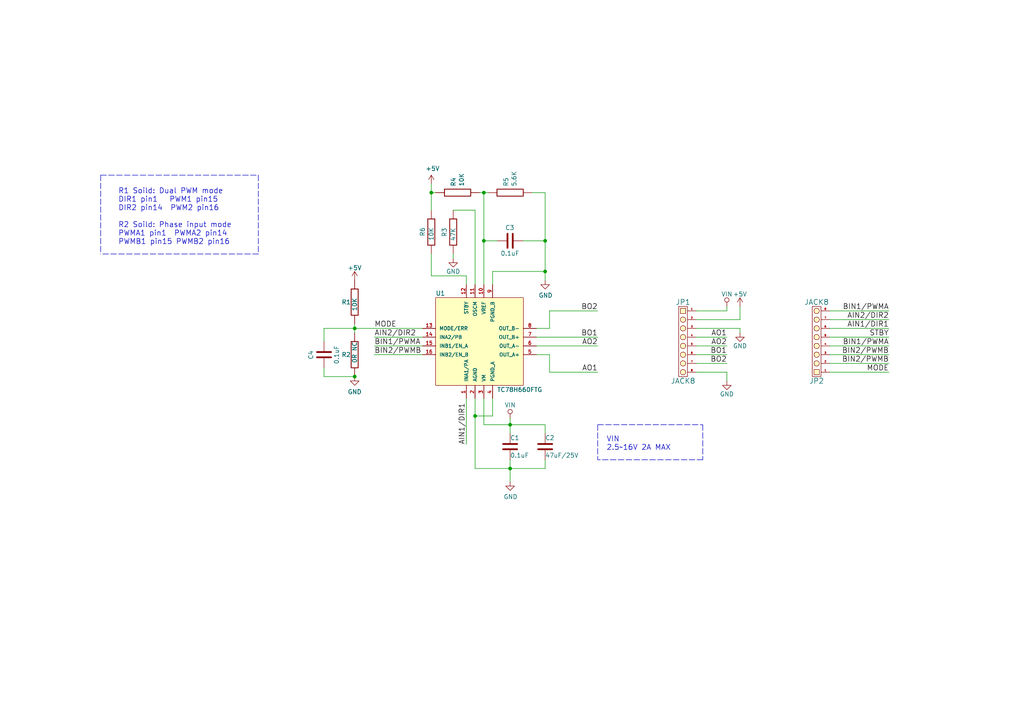
<source format=kicad_sch>
(kicad_sch (version 20211123) (generator eeschema)
  (paper "A4")
  (title_block (title "TV78H660FTG Motor Module") (date "2022-09-23") (rev "V1.0") (company "Nulllab") (comment 1 "https://github.com/nulllaborg/TC78H660FTG") (comment 2 "Author:nulljun@null-lab.com"))
  (lib_symbols
    (symbol "Basic:Cap_Chip" (pin_numbers hide) (pin_names (offset 0.254))
      (property "Reference" "C" (at 0.635 2.54 0))
      (property "Value" "Cap_Chip" (at 0.635 -2.54 0))
      (symbol "Cap_Chip_0_1"
        (polyline (pts (xy -2.032 -0.762) (xy 2.032 -0.762)) (stroke (width 0.508)))
        (polyline (pts (xy -2.032 0.762) (xy 2.032 0.762)) (stroke (width 0.508)))
      )
      (symbol "Cap_Chip_1_1"
        (pin passive line (at 0 3.81 270) (length 2.794) (name "~") (number "1"))
        (pin passive line (at 0 -3.81 90) (length 2.794) (name "~") (number "2"))
      )
    )
    (symbol "Basic:R" (pin_numbers hide) (pin_names (offset 0))
      (property "Reference" "R" (at 0 2.032 0))
      (property "Value" "R" (at 0 0 0))
      (symbol "R_0_1"
        (rectangle (start -3.81 -1.016) (end 3.81 1.016) (stroke (width 0.254)))
      )
      (symbol "R_1_1"
        (pin passive line (at -6.35 0 0) (length 2.54) (name "~") (number "1"))
        (pin passive line (at 6.35 0 180) (length 2.54) (name "~") (number "2"))
      )
    )
    (symbol "Connector:JACK8" (pin_names (offset 1.016))
      (property "Reference" "JP" (at 0 11.43 0))
      (property "Value" "JACK8" (at 0 -11.43 0))
      (symbol "JACK8_0_0"
        (circle (center 0 -8.89) (radius 0.762) (fill (type background)))
        (circle (center 0 -6.35) (radius 0.762) (fill (type background)))
        (circle (center 0 -3.81) (radius 0.762) (fill (type background)))
        (circle (center 0 -1.27) (radius 0.762) (fill (type background)))
        (polyline (pts (xy 0.762 9.652) (xy 0.762 8.128) (xy -0.762 8.128) (xy -0.762 9.652) (xy 0.762 9.652)) (fill (type background)))
        (circle (center 0 1.27) (radius 0.762) (fill (type background)))
        (circle (center 0 3.81) (radius 0.762) (fill (type background)))
        (circle (center 0 6.35) (radius 0.762) (fill (type background)))
        (rectangle (start 1.27 10.16) (end -1.27 -10.16))
      )
      (symbol "JACK8_1_1"
        (pin passive line (at 3.81 8.89 180) (length 2.54) (name "~") (number "1"))
        (pin passive line (at 3.81 6.35 180) (length 2.54) (name "~") (number "2"))
        (pin passive line (at 3.81 3.81 180) (length 2.54) (name "~") (number "3"))
        (pin passive line (at 3.81 1.27 180) (length 2.54) (name "~") (number "4"))
        (pin passive line (at 3.81 -1.27 180) (length 2.54) (name "~") (number "5"))
        (pin passive line (at 3.81 -3.81 180) (length 2.54) (name "~") (number "6"))
        (pin passive line (at 3.81 -6.35 180) (length 2.54) (name "~") (number "7"))
        (pin passive line (at 3.81 -8.89 180) (length 2.54) (name "~") (number "8"))
      )
    )
    (symbol "ESP32_Expansion_board-rescue:TC78H660FTG-AnalogDevice-Make-Uno-rescue" (pin_names (offset 1.016))
      (property "Reference" "U" (at -8.89 15.24 0))
      (property "Value" "TC78H660FTG-AnalogDevice-Make-Uno-rescue" (at 12.7 -15.24 0))
      (symbol "TC78H660FTG-AnalogDevice-Make-Uno-rescue_0_1"
        (rectangle (start -12.7 12.7) (end 12.7 -12.7) (fill (type background)))
      )
      (symbol "TC78H660FTG-AnalogDevice-Make-Uno-rescue_1_1"
        (pin input line (at -3.81 -16.51 90) (length 3.81) (name "INA1/PA") (number "1"))
        (pin input line (at 1.27 16.51 270) (length 3.81) (name "VREF") (number "10"))
        (pin input line (at -1.27 16.51 270) (length 3.81) (name "OSCM") (number "11"))
        (pin input line (at -3.81 16.51 270) (length 3.81) (name "STBY") (number "12"))
        (pin input line (at -16.51 3.81 0) (length 3.81) (name "MODE/ERR") (number "13"))
        (pin input line (at -16.51 1.27 0) (length 3.81) (name "INA2/PB") (number "14"))
        (pin input line (at -16.51 -1.27 0) (length 3.81) (name "INB1/EN_A") (number "15"))
        (pin input line (at -16.51 -3.81 0) (length 3.81) (name "INB2/EN_B") (number "16"))
        (pin input line (at -1.27 -16.51 90) (length 3.81) (name "AGND") (number "2"))
        (pin input line (at 1.27 -16.51 90) (length 3.81) (name "VM") (number "3"))
        (pin input line (at 3.81 -16.51 90) (length 3.81) (name "PGND_A") (number "4"))
        (pin input line (at 16.51 -3.81 180) (length 3.81) (name "OUT_A+") (number "5"))
        (pin input line (at 16.51 -1.27 180) (length 3.81) (name "OUT_A-") (number "6"))
        (pin input line (at 16.51 1.27 180) (length 3.81) (name "OUT_B+") (number "7"))
        (pin input line (at 16.51 3.81 180) (length 3.81) (name "OUT_B-") (number "8"))
        (pin input line (at 3.81 16.51 270) (length 3.81) (name "PGND_B") (number "9"))
      )
    )
    (symbol "power:+5V" (power) (pin_names (offset 0))
      (property "Value" "+5V" (at 0 3.556 0))
      (symbol "+5V_0_1"
        (polyline (pts (xy -0.762 1.27) (xy 0 2.54)))
        (polyline (pts (xy 0 0) (xy 0 2.54)))
        (polyline (pts (xy 0 2.54) (xy 0.762 1.27)))
      )
      (symbol "+5V_1_1"
        (pin power_in line (at 0 0 90) (length 0) hide (name "+5V") (number "1"))
      )
    )
    (symbol "power:GND" (power) (pin_names (offset 0))
      (property "Value" "GND" (at 0 -3.81 0))
      (symbol "GND_0_1"
        (polyline (pts (xy 0 0) (xy 0 -1.27) (xy 1.27 -1.27) (xy 0 -2.54) (xy -1.27 -1.27) (xy 0 -1.27)))
      )
      (symbol "GND_1_1"
        (pin power_in line (at 0 0 270) (length 0) hide (name "GND") (number "1"))
      )
    )
    (symbol "power:VIN" (power) (pin_names (offset 0))
      (property "Value" "VIN" (at 0 3.81 0))
      (symbol "VIN_0_1"
        (polyline (pts (xy 0 0) (xy 0 1.27)))
        (circle (center 0 1.905) (radius 0.635))
      )
      (symbol "VIN_1_1"
        (pin power_in line (at 0 0 90) (length 0) hide (name "VIN") (number "1"))
      )
    )
  )
  (junction (at 125.095 55.88))
  (junction (at 102.87 109.22))
  (junction (at 147.955 123.19))
  (junction (at 158.115 78.74))
  (junction (at 147.955 135.89))
  (junction (at 102.87 95.25))
  (junction (at 140.335 55.88))
  (junction (at 140.335 69.85))
  (junction (at 137.795 120.65))
  (junction (at 158.115 69.85))
  (wire (pts (xy 142.875 120.65) (xy 137.795 120.65)))
  (wire (pts (xy 159.385 107.95) (xy 173.355 107.95)))
  (wire (pts (xy 140.335 69.85) (xy 144.145 69.85)))
  (wire (pts (xy 140.335 123.19) (xy 147.955 123.19)))
  (wire (pts (xy 240.665 102.87) (xy 257.81 102.87)))
  (wire (pts (xy 240.665 107.95) (xy 257.81 107.95)))
  (wire (pts (xy 214.63 95.25) (xy 214.63 96.52)))
  (wire (pts (xy 210.82 88.9) (xy 210.82 90.17)))
  (wire (pts (xy 155.575 102.87) (xy 159.385 102.87)))
  (wire (pts (xy 108.585 97.79) (xy 122.555 97.79)))
  (wire (pts (xy 158.115 78.74) (xy 158.115 81.28)))
  (wire (pts (xy 158.115 69.85) (xy 158.115 78.74)))
  (wire (pts (xy 93.98 106.68) (xy 93.98 109.22)))
  (polyline (pts (xy 173.355 123.19) (xy 173.355 133.35)))
  (wire (pts (xy 151.765 69.85) (xy 158.115 69.85)))
  (wire (pts (xy 158.115 133.35) (xy 158.115 135.89)))
  (polyline (pts (xy 203.835 123.19) (xy 203.835 133.35)))
  (wire (pts (xy 142.875 82.55) (xy 142.875 78.74)))
  (wire (pts (xy 158.115 55.88) (xy 158.115 69.85)))
  (wire (pts (xy 102.87 95.25) (xy 102.87 96.52)))
  (wire (pts (xy 240.665 90.17) (xy 257.81 90.17)))
  (wire (pts (xy 137.795 135.89) (xy 147.955 135.89)))
  (wire (pts (xy 210.82 107.95) (xy 201.93 107.95)))
  (wire (pts (xy 159.385 102.87) (xy 159.385 107.95)))
  (wire (pts (xy 155.575 95.25) (xy 159.385 95.25)))
  (wire (pts (xy 147.955 123.19) (xy 158.115 123.19)))
  (wire (pts (xy 210.82 90.17) (xy 201.93 90.17)))
  (wire (pts (xy 201.93 92.71) (xy 214.63 92.71)))
  (wire (pts (xy 137.795 60.96) (xy 137.795 82.55)))
  (wire (pts (xy 125.095 73.66) (xy 125.095 80.01)))
  (wire (pts (xy 140.335 55.88) (xy 140.335 69.85)))
  (wire (pts (xy 125.095 53.34) (xy 125.095 55.88)))
  (wire (pts (xy 142.875 115.57) (xy 142.875 120.65)))
  (wire (pts (xy 126.365 55.88) (xy 125.095 55.88)))
  (wire (pts (xy 140.335 115.57) (xy 140.335 123.19)))
  (polyline (pts (xy 29.21 50.8) (xy 29.21 73.66)))
  (wire (pts (xy 125.095 55.88) (xy 125.095 60.96)))
  (wire (pts (xy 122.555 100.33) (xy 108.585 100.33)))
  (polyline (pts (xy 203.835 133.35) (xy 173.355 133.35)))
  (wire (pts (xy 93.98 95.25) (xy 102.87 95.25)))
  (polyline (pts (xy 74.93 73.66) (xy 29.21 73.66)))
  (wire (pts (xy 147.955 121.285) (xy 147.955 123.19)))
  (polyline (pts (xy 29.21 50.8) (xy 74.93 50.8)))
  (wire (pts (xy 201.93 95.25) (xy 214.63 95.25)))
  (wire (pts (xy 147.955 123.19) (xy 147.955 125.73)))
  (wire (pts (xy 137.795 115.57) (xy 137.795 120.65)))
  (wire (pts (xy 139.065 55.88) (xy 140.335 55.88)))
  (wire (pts (xy 137.795 120.65) (xy 137.795 135.89)))
  (wire (pts (xy 240.665 100.33) (xy 257.81 100.33)))
  (wire (pts (xy 125.095 80.01) (xy 135.255 80.01)))
  (wire (pts (xy 135.255 80.01) (xy 135.255 82.55)))
  (wire (pts (xy 154.305 55.88) (xy 158.115 55.88)))
  (wire (pts (xy 155.575 97.79) (xy 173.355 97.79)))
  (wire (pts (xy 240.665 92.71) (xy 257.81 92.71)))
  (wire (pts (xy 102.87 93.98) (xy 102.87 95.25)))
  (wire (pts (xy 140.335 55.88) (xy 141.605 55.88)))
  (wire (pts (xy 122.555 102.87) (xy 108.585 102.87)))
  (wire (pts (xy 135.255 115.57) (xy 135.255 128.905)))
  (wire (pts (xy 214.63 88.9) (xy 214.63 92.71)))
  (wire (pts (xy 131.445 60.96) (xy 137.795 60.96)))
  (wire (pts (xy 155.575 100.33) (xy 173.355 100.33)))
  (wire (pts (xy 201.93 100.33) (xy 210.82 100.33)))
  (wire (pts (xy 142.875 78.74) (xy 158.115 78.74)))
  (wire (pts (xy 131.445 73.66) (xy 131.445 74.93)))
  (wire (pts (xy 93.98 109.22) (xy 102.87 109.22)))
  (polyline (pts (xy 173.355 123.19) (xy 203.835 123.19)))
  (wire (pts (xy 158.115 125.73) (xy 158.115 123.19)))
  (wire (pts (xy 240.665 105.41) (xy 257.81 105.41)))
  (wire (pts (xy 201.93 102.87) (xy 210.82 102.87)))
  (wire (pts (xy 159.385 95.25) (xy 159.385 90.17)))
  (wire (pts (xy 147.955 135.89) (xy 158.115 135.89)))
  (wire (pts (xy 147.955 135.89) (xy 147.955 139.7)))
  (wire (pts (xy 210.82 110.49) (xy 210.82 107.95)))
  (wire (pts (xy 102.87 95.25) (xy 122.555 95.25)))
  (wire (pts (xy 140.335 69.85) (xy 140.335 82.55)))
  (wire (pts (xy 240.665 97.79) (xy 257.81 97.79)))
  (wire (pts (xy 93.98 99.06) (xy 93.98 95.25)))
  (wire (pts (xy 201.93 97.79) (xy 210.82 97.79)))
  (polyline (pts (xy 74.93 50.8) (xy 74.93 73.66)))
  (wire (pts (xy 240.665 95.25) (xy 257.81 95.25)))
  (wire (pts (xy 147.955 133.35) (xy 147.955 135.89)))
  (wire (pts (xy 159.385 90.17) (xy 173.355 90.17)))
  (wire (pts (xy 201.93 105.41) (xy 210.82 105.41)))
  (text "VIN \n2.5~16V 2A MAX" (at 175.895 130.81 0) (effects (font (size 1.524 1.524)) (justify left bottom)))
  (text "R1 Soild: Dual PWM mode\nDIR1 pin1   PWM1 pin15\nDIR2 pin14  PWM2 pin16\n\nR2 Soild: Phase input mode\nPWMA1 pin1  PWMA2 pin14\nPWMB1 pin15 PWMB2 pin16" (at 34.29 71.12 0) (effects (font (size 1.524 1.524)) (justify left bottom)))
  (label "AO1" (at 210.82 97.79 180) (effects (font (size 1.524 1.524))))
  (label "BIN2{slash}PWMB" (at 257.81 102.87 180) (effects (font (size 1.524 1.524))))
  (label "AO2" (at 210.82 100.33 180) (effects (font (size 1.524 1.524))))
  (label "BO1" (at 173.355 97.79 180) (effects (font (size 1.524 1.524))))
  (label "MODE" (at 257.81 107.95 180) (effects (font (size 1.524 1.524))))
  (label "AIN1{slash}DIR1" (at 135.255 128.905 90) (effects (font (size 1.524 1.524))))
  (label "AIN1{slash}DIR1" (at 257.81 95.25 180) (effects (font (size 1.524 1.524))))
  (label "AO1" (at 173.355 107.95 180) (effects (font (size 1.524 1.524))))
  (label "BO2" (at 210.82 105.41 180) (effects (font (size 1.524 1.524))))
  (label "AIN2{slash}DIR2" (at 257.81 92.71 180) (effects (font (size 1.524 1.524))))
  (label "BO2" (at 173.355 90.17 180) (effects (font (size 1.524 1.524))))
  (label "BO1" (at 210.82 102.87 180) (effects (font (size 1.524 1.524))))
  (label "MODE" (at 108.585 95.25 0) (effects (font (size 1.524 1.524))))
  (label "BIN1{slash}PWMA" (at 108.585 100.33 0) (effects (font (size 1.524 1.524))))
  (label "AIN2{slash}DIR2" (at 108.585 97.79 0) (effects (font (size 1.524 1.524))))
  (label "BIN1{slash}PWMA" (at 257.81 100.33 180) (effects (font (size 1.524 1.524))))
  (label "BIN2{slash}PWMB" (at 108.585 102.87 0) (effects (font (size 1.524 1.524))))
  (label "BIN1{slash}PWMA" (at 257.81 90.17 180) (effects (font (size 1.524 1.524))))
  (label "AO2" (at 173.355 100.33 180) (effects (font (size 1.524 1.524))))
  (label "BIN2{slash}PWMB" (at 257.81 105.41 180) (effects (font (size 1.524 1.524))))
  (label "STBY" (at 257.81 97.79 180) (effects (font (size 1.524 1.524))))
  (symbol (lib_id "power:VIN") (at 147.955 121.285 0) (unit 1)
    (property "Reference" "#PWR07" (effects hide))
    (property "Value" "VIN" (at 147.955 117.475 0))
  )
  (symbol (lib_id "Basic:R") (at 132.715 55.88 0) (unit 1)
    (property "Reference" "R4" (at 131.5212 54.102 90) (effects (justify left)))
    (property "Value" "10K" (at 133.8834 54.102 90) (effects (justify left)))
    (property "Footprint" "SMD:R_0603" (effects hide))
  )
  (symbol (lib_id "Basic:R") (at 147.955 55.88 0) (unit 1)
    (property "Reference" "R5" (at 146.7612 54.102 90) (effects (justify left)))
    (property "Value" "5.6K" (at 149.1234 54.102 90) (effects (justify left)))
    (property "Footprint" "SMD:R_0603" (effects hide))
  )
  (symbol (lib_id "power:+5V") (at 125.095 53.34 0) (unit 1)
    (property "Reference" "#PWR05" (effects hide))
    (property "Value" "+5V" (at 125.476 48.895 0))
  )
  (symbol (lib_id "Basic:R") (at 131.445 67.31 270) (unit 1)
    (property "Reference" "R3" (at 128.905 66.04 0) (effects (justify left)))
    (property "Value" "47K" (at 131.445 66.04 0) (effects (justify left)))
    (property "Footprint" "SMD:R_0603" (effects hide))
  )
  (symbol (lib_id "ESP32_Expansion_board-rescue:TC78H660FTG-AnalogDevice-Make-Uno-rescue") (at 139.065 99.06 0) (unit 1)
    (property "Reference" "U1" (at 126.365 85.09 0) (effects (justify left)))
    (property "Value" "TC78H660FTG" (at 144.145 113.03 0) (effects (justify left)))
    (property "Footprint" "QFP:QFN-16-1EP_3x3mm_P0.5mm_EP1.9x1.9mm" (effects hide))
  )
  (symbol (lib_id "Basic:Cap_Chip") (at 147.955 129.54 0) (unit 1)
    (property "Reference" "C1" (at 147.955 127 0) (effects (justify left)))
    (property "Value" "0.1uF" (at 147.955 132.08 0) (effects (justify left)))
    (property "Footprint" "SMD:C_0603" (effects hide))
  )
  (symbol (lib_id "power:GND") (at 158.115 81.28 0) (unit 1)
    (property "Reference" "#PWR012" (effects hide))
    (property "Value" "GND" (at 158.242 85.6742 0))
  )
  (symbol (lib_id "power:GND") (at 147.955 139.7 0) (unit 1)
    (property "Reference" "#PWR08" (effects hide))
    (property "Value" "GND" (at 148.082 144.0942 0))
  )
  (symbol (lib_id "power:GND") (at 131.445 74.93 0) (unit 1)
    (property "Reference" "#PWR06" (effects hide))
    (property "Value" "GND" (at 131.445 78.74 0))
  )
  (symbol (lib_id "Basic:Cap_Chip") (at 158.115 129.54 0) (unit 1)
    (property "Reference" "C2" (at 158.115 127 0) (effects (justify left)))
    (property "Value" "47uF/25V" (at 158.115 132.08 0) (effects (justify left)))
    (property "Footprint" "Capacitor_Tantalum_SMD:CP_EIA-3528-12_Kemet-T_Pad1.50x2.35mm_HandSolder" (effects hide))
  )
  (symbol (lib_id "Basic:R") (at 125.095 67.31 90) (unit 1)
    (property "Reference" "R6" (at 122.555 68.58 0) (effects (justify left)))
    (property "Value" "10K" (at 125.095 69.85 0) (effects (justify left)))
    (property "Footprint" "SMD:R_0603" (effects hide))
  )
  (symbol (lib_id "Basic:R") (at 102.87 87.63 90) (unit 1)
    (property "Reference" "R1" (at 99.06 87.63 90) (effects (justify right)))
    (property "Value" "10K" (at 102.87 86.36 0) (effects (justify right)))
    (property "Footprint" "SMD:R_0603" (effects hide))
  )
  (symbol (lib_id "Connector:JACK8") (at 198.12 99.06 0) (unit 1)
    (property "Reference" "JP1" (at 198.12 87.63 0) (effects (font (size 1.524 1.524))))
    (property "Value" "JACK8" (at 198.12 110.49 0) (effects (font (size 1.524 1.524))))
    (property "Footprint" "DIP:DIP_8PIN_2.54mm_Stamp" (effects hide))
  )
  (symbol (lib_id "power:GND") (at 102.87 109.22 0) (unit 1)
    (property "Reference" "#PWR0102" (effects hide))
    (property "Value" "GND" (at 102.87 113.6634 0))
  )
  (symbol (lib_id "Basic:Cap_Chip") (at 147.955 69.85 90) (unit 1)
    (property "Reference" "C3" (at 149.225 66.04 90) (effects (justify left)))
    (property "Value" "0.1uF" (at 150.6583 73.4966 90) (effects (justify left)))
    (property "Footprint" "SMD:C_0603" (effects hide))
  )
  (symbol (lib_id "power:VIN") (at 210.82 88.9 0) (unit 1)
    (property "Reference" "#PWR0105" (effects hide))
    (property "Value" "VIN" (at 210.82 85.3242 0))
  )
  (symbol (lib_id "power:GND") (at 214.63 96.52 0) (unit 1)
    (property "Reference" "#PWR0107" (effects hide))
    (property "Value" "GND" (at 214.63 100.33 0))
  )
  (symbol (lib_id "power:GND") (at 210.82 110.49 0) (unit 1)
    (property "Reference" "#PWR0103" (effects hide))
    (property "Value" "GND" (at 210.82 114.3 0))
  )
  (symbol (lib_id "Basic:Cap_Chip") (at 93.98 102.87 180) (unit 1)
    (property "Reference" "C4" (at 90.17 101.6 90) (effects (justify left)))
    (property "Value" "0.1uF" (at 97.6266 100.1667 90) (effects (justify left)))
    (property "Footprint" "SMD:C_0603" (effects hide))
  )
  (symbol (lib_id "Basic:R") (at 102.87 102.87 90) (unit 1)
    (property "Reference" "R2" (at 99.06 102.87 90) (effects (justify right)))
    (property "Value" "0R NC" (at 102.87 99.06 0) (effects (justify right)))
    (property "Footprint" "SMD:R_0603" (effects hide))
  )
  (symbol (lib_id "power:+5V") (at 214.63 88.9 0) (unit 1)
    (property "Reference" "#PWR0106" (effects hide))
    (property "Value" "+5V" (at 214.63 85.3242 0))
  )
  (symbol (lib_id "Connector:JACK8") (at 236.855 99.06 0) (mirror x) (unit 1)
    (property "Reference" "JP2" (at 236.855 110.49 0) (effects (font (size 1.524 1.524))))
    (property "Value" "JACK8" (at 236.855 87.63 0) (effects (font (size 1.524 1.524))))
    (property "Footprint" "DIP:DIP_8PIN_2.54mm_Stamp" (effects hide))
  )
  (symbol (lib_id "power:+5V") (at 102.87 81.28 0) (unit 1)
    (property "Reference" "#PWR0101" (effects hide))
    (property "Value" "+5V" (at 102.87 77.7042 0))
  )
)
</source>
